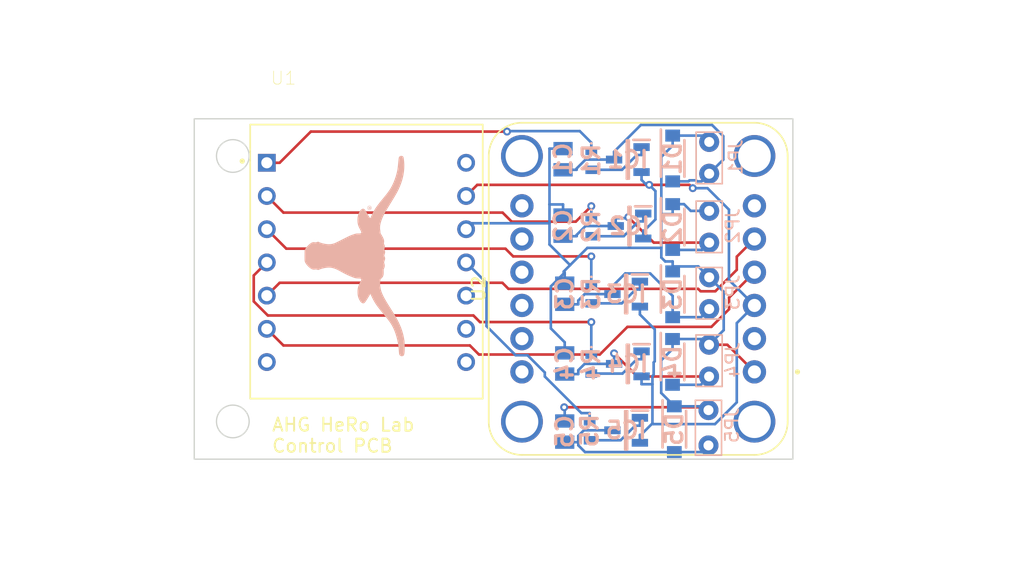
<source format=kicad_pcb>
(kicad_pcb (version 20240108) (generator "pcbnew") (generator_version "8.0")
  (layers (0 "F.Cu" signal) (31 "B.Cu" signal) (34 "B.Paste" user) (35 "F.Paste" user) (36 "B.SilkS" user "B.Silkscreen") (37 "F.SilkS" user "F.Silkscreen") (38 "B.Mask" user) (39 "F.Mask" user) (44 "Edge.Cuts" user))
  (net 0 "")
  (net 1 "Net-(D1-A)")
  (net 2 "Net-(D1-K)")
  (net 3 "Net-(D2-A)")
  (net 4 "Net-(D3-A)")
  (net 5 "Net-(D4-A)")
  (net 6 "Net-(D5-A)")
  (net 7 "GND")
  (net 8 "Motor1")
  (net 9 "Motor2")
  (net 10 "Motor3")
  (net 11 "Motor4")
  (net 12 "Motor5")
  (net 13 "Net-(U1-PA8_A4_D4_SDA)")
  (net 19 "Net-(U1-PA9_A5_D5_SCL)")
  (net 20 "Net-(IC1-B)")
  (net 21 "Net-(IC2-B)")
  (net 22 "Net-(IC3-B)")
  (net 23 "Net-(IC4-B)")
  (net 24 "Net-(IC5-B)")
  (footprint "4754:MODULE_4754" (layer "F.Cu") (at 158.75 80.01 90)
    (property "Reference" "U2" (at 0 -12.1935 90) (layer "F.SilkS"))
    (property "Value" "4754")
    (pad "JP1_1" thru_hole circle (at -6.35 8.89 90) (size 1.778 1.778) (drill 1) (layers "*.Cu" "*.Mask") (net 2 "Net-(D1-K)"))
    (pad "JP1_2" thru_hole circle (at -3.81 8.89 90) (size 1.778 1.778) (drill 1) (layers "*.Cu" "*.Mask"))
    (pad "JP1_3" thru_hole circle (at -1.27 8.89 90) (size 1.778 1.778) (drill 1) (layers "*.Cu" "*.Mask") (net 7 "GND"))
    (pad "JP1_4" thru_hole circle (at 1.27 8.89 90) (size 1.778 1.778) (drill 1) (layers "*.Cu" "*.Mask") (net 19 "Net-(U1-PA9_A5_D5_SCL)"))
    (pad "JP1_5" thru_hole circle (at 3.81 8.89 90) (size 1.778 1.778) (drill 1) (layers "*.Cu" "*.Mask") (net 13 "Net-(U1-PA8_A4_D4_SDA)"))
    (pad "JP1_6" thru_hole circle (at 6.35 8.89 90) (size 1.778 1.778) (drill 1) (layers "*.Cu" "*.Mask"))
    (pad "JP2_1" thru_hole circle (at -6.35 -8.89 90) (size 1.778 1.778) (drill 1) (layers "*.Cu" "*.Mask"))
    (pad "JP2_2" thru_hole circle (at -3.81 -8.89 90) (size 1.778 1.778) (drill 1) (layers "*.Cu" "*.Mask"))
    (pad "JP2_3" thru_hole circle (at -1.27 -8.89 90) (size 1.778 1.778) (drill 1) (layers "*.Cu" "*.Mask"))
    (pad "JP2_4" thru_hole circle (at 1.27 -8.89 90) (size 1.778 1.778) (drill 1) (layers "*.Cu" "*.Mask"))
    (pad "JP2_5" thru_hole circle (at 3.81 -8.89 90) (size 1.778 1.778) (drill 1) (layers "*.Cu" "*.Mask"))
    (pad "JP2_6" thru_hole circle (at 6.35 -8.89 90) (size 1.778 1.778) (drill 1) (layers "*.Cu" "*.Mask"))
    (pad "P1" thru_hole circle (at -10.16 -8.89 90) (size 3.2 3.2) (drill 2.5) (layers "*.Cu" "*.Mask"))
    (pad "P2" thru_hole circle (at 10.16 -8.89 90) (size 3.2 3.2) (drill 2.5) (layers "*.Cu" "*.Mask"))
    (pad "P3" thru_hole circle (at -10.16 8.89 90) (size 3.2 3.2) (drill 2.5) (layers "*.Cu" "*.Mask"))
    (pad "P4" thru_hole circle (at 10.16 8.89 90) (size 3.2 3.2) (drill 2.5) (layers "*.Cu" "*.Mask"))
  )
  (footprint "113991054:MODULE_113991054" (layer "F.Cu") (at 137.97 77.9265)
    (property "Reference" "U1" (at -6.3405 -14.03 0) (layer "F.SilkS") (effects (font (thickness 0.05))))
    (property "Value" "XIAO-nRF52840-DIP" (hide yes))
    (pad "1" thru_hole rect (at -7.62 -7.5565) (size 1.358 1.358) (drill 0.85) (layers "*.Cu" "*.Mask") (net 8 "Motor1"))
    (pad "2" thru_hole circle (at -7.62 -5.0165) (size 1.358 1.358) (drill 0.85) (layers "*.Cu" "*.Mask") (net 9 "Motor2"))
    (pad "3" thru_hole circle (at -7.62 -2.4765) (size 1.358 1.358) (drill 0.85) (layers "*.Cu" "*.Mask") (net 10 "Motor3"))
    (pad "4" thru_hole circle (at -7.62 0.0635) (size 1.358 1.358) (drill 0.85) (layers "*.Cu" "*.Mask") (net 11 "Motor4"))
    (pad "5" thru_hole circle (at -7.62 2.6035) (size 1.358 1.358) (drill 0.85) (layers "*.Cu" "*.Mask") (net 13 "Net-(U1-PA8_A4_D4_SDA)"))
    (pad "6" thru_hole circle (at -7.62 5.1435) (size 1.358 1.358) (drill 0.85) (layers "*.Cu" "*.Mask") (net 19 "Net-(U1-PA9_A5_D5_SCL)"))
    (pad "7" thru_hole circle (at -7.62 7.6835) (size 1.358 1.358) (drill 0.85) (layers "*.Cu" "*.Mask"))
    (pad "8" thru_hole circle (at 7.62 7.6835) (size 1.358 1.358) (drill 0.85) (layers "*.Cu" "*.Mask"))
    (pad "9" thru_hole circle (at 7.62 5.1435) (size 1.358 1.358) (drill 0.85) (layers "*.Cu" "*.Mask"))
    (pad "10" thru_hole circle (at 7.62 2.6035) (size 1.358 1.358) (drill 0.85) (layers "*.Cu" "*.Mask"))
    (pad "11" thru_hole circle (at 7.62 0.0635) (size 1.358 1.358) (drill 0.85) (layers "*.Cu" "*.Mask") (net 12 "Motor5"))
    (pad "12" thru_hole circle (at 7.62 -2.4765) (size 1.358 1.358) (drill 0.85) (layers "*.Cu" "*.Mask") (net 2 "Net-(D1-K)"))
    (pad "13" thru_hole circle (at 7.62 -5.0165) (size 1.358 1.358) (drill 0.85) (layers "*.Cu" "*.Mask") (net 7 "GND"))
    (pad "14" thru_hole circle (at 7.62 -7.5565) (size 1.358 1.358) (drill 0.85) (layers "*.Cu" "*.Mask"))
  )
  (footprint "Jumper:SolderJumper-2_P1.3mm_Open_Pad1.0x1.5mm" (layer "B.Cu") (at 164.1705 84.936 90)
    (property "Reference" "JP4" (at -0.508 1.8 90) (layer "B.SilkS") (effects (justify mirror)))
    (property "Value" "SolderJumper_2_Open")
    (pad "1" thru_hole circle (at -1.778 0 90) (size 1.524 1.524) (drill 0.762) (layers "*.Cu" "*.Mask") (net 5 "Net-(D4-A)"))
    (pad "2" thru_hole circle (at 0.65 0 90) (size 1.524 1.524) (drill 0.762) (layers "*.Cu" "*.Mask") (net 2 "Net-(D1-K)"))
  )
  (footprint "Jumper:SolderJumper-2_P1.3mm_Open_Pad1.0x1.5mm" (layer "B.Cu") (at 164.124 89.936 90)
    (property "Reference" "JP5" (at -0.508 1.8 90) (layer "B.SilkS") (effects (justify mirror)))
    (property "Value" "SolderJumper_2_Open")
    (pad "1" thru_hole circle (at -2.048 0 90) (size 1.524 1.524) (drill 0.762) (layers "*.Cu" "*.Mask") (net 6 "Net-(D5-A)"))
    (pad "2" thru_hole circle (at 0.65 0 90) (size 1.524 1.524) (drill 0.762) (layers "*.Cu" "*.Mask") (net 2 "Net-(D1-K)"))
  )
  (footprint "Jumper:SolderJumper-2_P1.3mm_Open_Pad1.0x1.5mm" (layer "B.Cu") (at 164.18 79.778 90)
    (property "Reference" "JP3" (at -0.508 1.8 90) (layer "B.SilkS") (effects (justify mirror)))
    (property "Value" "SolderJumper_2_Open")
    (pad "1" thru_hole circle (at -1.778 0 90) (size 1.524 1.524) (drill 0.762) (layers "*.Cu" "*.Mask") (net 4 "Net-(D3-A)"))
    (pad "2" thru_hole circle (at 0.65 0 90) (size 1.524 1.524) (drill 0.762) (layers "*.Cu" "*.Mask") (net 2 "Net-(D1-K)"))
  )
  (footprint "1N4001W-T:SODFL3818X130N" (layer "B.Cu") (at 161.386 75.284 -90)
    (property "Reference" "D2" (at 0 0 90) (layer "B.SilkS") (effects (font (size 1.27 1.27) (thickness 0.254)) (justify mirror)))
    (property "Value" "D" (hide yes))
    (pad "1" smd rect (at -1.75 0 270) (size 0.92 1.13) (layers "B.Cu" "B.Paste" "B.Mask") (net 2 "Net-(D1-K)"))
    (pad "2" smd rect (at 1.75 0 270) (size 0.92 1.13) (layers "B.Cu" "B.Paste" "B.Mask") (net 3 "Net-(D2-A)"))
  )
  (footprint "Jumper:SolderJumper-2_P1.3mm_Open_Pad1.0x1.5mm" (layer "B.Cu") (at 164.18 69.428 90)
    (property "Reference" "JP1" (at -0.508 2.032 90) (layer "B.SilkS") (effects (justify mirror)))
    (property "Value" "SolderJumper_2_Open" (hide yes))
    (pad "1" thru_hole circle (at -1.778 0 90) (size 1.524 1.524) (drill 0.762) (layers "*.Cu" "*.Mask") (net 1 "Net-(D1-A)"))
    (pad "2" thru_hole circle (at 0.65 0 90) (size 1.524 1.524) (drill 0.762) (layers "*.Cu" "*.Mask") (net 2 "Net-(D1-K)"))
  )
  (footprint "1N4001W-T:SODFL3818X130N" (layer "B.Cu") (at 161.386 80.427 -90)
    (property "Reference" "D3" (at 0 0 90) (layer "B.SilkS") (effects (font (size 1.27 1.27) (thickness 0.254)) (justify mirror)))
    (property "Value" "D" (hide yes))
    (pad "1" smd rect (at -1.75 0 270) (size 0.92 1.13) (layers "B.Cu" "B.Paste" "B.Mask") (net 2 "Net-(D1-K)"))
    (pad "2" smd rect (at 1.75 0 270) (size 0.92 1.13) (layers "B.Cu" "B.Paste" "B.Mask") (net 4 "Net-(D3-A)"))
  )
  (footprint "BC846BLT1G:SOT96P237X111-3N" (layer "B.Cu") (at 157.957 85.747 180)
    (property "Reference" "IC4" (at 0 0 0) (layer "B.SilkS") (effects (font (size 1.27 1.27) (thickness 0.254)) (justify mirror)))
    (property "Value" "BC846BLT1G" (hide yes))
    (pad "1" smd rect (at -1.05 0.955 90) (size 0.6 1.25) (layers "B.Cu" "B.Paste" "B.Mask") (net 23 "Net-(IC4-B)"))
    (pad "2" smd rect (at -1.05 -0.955 90) (size 0.6 1.25) (layers "B.Cu" "B.Paste" "B.Mask") (net 7 "GND"))
    (pad "3" smd rect (at 1.05 0 90) (size 0.6 1.25) (layers "B.Cu" "B.Paste" "B.Mask") (net 5 "Net-(D4-A)"))
  )
  (footprint "ERA-3AED202V:ERA3AEB101V" (layer "B.Cu") (at 155.163 80.395 -90)
    (property "Reference" "R3" (at 0 0 90) (layer "B.SilkS") (effects (font (size 1.27 1.27) (thickness 0.254)) (justify mirror)))
    (property "Value" "1000" (hide yes))
    (pad "1" smd rect (at -0.725 0 270) (size 0.65 0.9) (layers "B.Cu" "B.Paste" "B.Mask") (net 10 "Motor3"))
    (pad "2" smd rect (at 0.725 0 270) (size 0.65 0.9) (layers "B.Cu" "B.Paste" "B.Mask") (net 22 "Net-(IC3-B)"))
  )
  (footprint "utlogofootprint:utlogo" (layer "B.Cu") (at 137.26 77.44 90)
    (property "Reference" "G***" (hide yes))
    (property "Value" "LOGO" (hide yes))
  )
  (footprint "ERA-3AED202V:ERA3AEB101V" (layer "B.Cu") (at 155.036 90.864 -90)
    (property "Reference" "R5" (at 0 0 90) (layer "B.SilkS") (effects (font (size 1.27 1.27) (thickness 0.254)) (justify mirror)))
    (property "Value" "1000" (hide yes))
    (pad "1" smd rect (at -0.725 0 270) (size 0.65 0.9) (layers "B.Cu" "B.Paste" "B.Mask") (net 12 "Motor5"))
    (pad "2" smd rect (at 0.725 0 270) (size 0.65 0.9) (layers "B.Cu" "B.Paste" "B.Mask") (net 24 "Net-(IC5-B)"))
  )
  (footprint "BC846BLT1G:SOT96P237X111-3N" (layer "B.Cu") (at 157.957 70.126 180)
    (property "Reference" "IC1" (at 0 0 0) (layer "B.SilkS") (effects (font (size 1.27 1.27) (thickness 0.254)) (justify mirror)))
    (property "Value" "BC846BLT1G" (hide yes))
    (pad "1" smd rect (at -1.05 0.955 90) (size 0.6 1.25) (layers "B.Cu" "B.Paste" "B.Mask") (net 20 "Net-(IC1-B)"))
    (pad "2" smd rect (at -1.05 -0.955 90) (size 0.6 1.25) (layers "B.Cu" "B.Paste" "B.Mask") (net 7 "GND"))
    (pad "3" smd rect (at 1.05 0 90) (size 0.6 1.25) (layers "B.Cu" "B.Paste" "B.Mask") (net 1 "Net-(D1-A)"))
  )
  (footprint "ERA-3AED202V:ERA3AEB101V" (layer "B.Cu") (at 155.163 85.766 -90)
    (property "Reference" "R4" (at 0 0 90) (layer "B.SilkS") (effects (font (size 1.27 1.27) (thickness 0.254)) (justify mirror)))
    (property "Value" "1000" (hide yes))
    (pad "1" smd rect (at -0.725 0 270) (size 0.65 0.9) (layers "B.Cu" "B.Paste" "B.Mask") (net 11 "Motor4"))
    (pad "2" smd rect (at 0.725 0 270) (size 0.65 0.9) (layers "B.Cu" "B.Paste" "B.Mask") (net 23 "Net-(IC4-B)"))
  )
  (footprint "ERA-3AED202V:ERA3AEB101V" (layer "B.Cu") (at 155.163 70.182 -90)
    (property "Reference" "R1" (at 0 0 90) (layer "B.SilkS") (effects (font (size 1.27 1.27) (thickness 0.254)) (justify mirror)))
    (property "Value" "1000" (hide yes))
    (pad "1" smd rect (at -0.725 0 270) (size 0.65 0.9) (layers "B.Cu" "B.Paste" "B.Mask") (net 8 "Motor1"))
    (pad "2" smd rect (at 0.725 0 270) (size 0.65 0.9) (layers "B.Cu" "B.Paste" "B.Mask") (net 20 "Net-(IC1-B)"))
  )
  (footprint "BC846BLT1G:SOT96P237X111-3N" (layer "B.Cu") (at 157.83 80.413 180)
    (property "Reference" "IC3" (at 0 0 0) (layer "B.SilkS") (effects (font (size 1.27 1.27) (thickness 0.254)) (justify mirror)))
    (property "Value" "BC846BLT1G" (hide yes))
    (pad "1" smd rect (at -1.05 0.955 90) (size 0.6 1.25) (layers "B.Cu" "B.Paste" "B.Mask") (net 22 "Net-(IC3-B)"))
    (pad "2" smd rect (at -1.05 -0.955 90) (size 0.6 1.25) (layers "B.Cu" "B.Paste" "B.Mask") (net 7 "GND"))
    (pad "3" smd rect (at 1.05 0 90) (size 0.6 1.25) (layers "B.Cu" "B.Paste" "B.Mask") (net 4 "Net-(D3-A)"))
  )
  (footprint "KAF21KR72A104KL:CAPC2012X140N" (layer "B.Cu") (at 153.131 80.384 -90)
    (property "Reference" "C3" (at 0 0 90) (layer "B.SilkS") (effects (font (size 1.27 1.27) (thickness 0.254)) (justify mirror)))
    (property "Value" "0.1uF" (hide yes))
    (pad "1" smd rect (at -0.81 0 270) (size 1.02 1.47) (layers "B.Cu" "B.Paste" "B.Mask") (net 2 "Net-(D1-K)"))
    (pad "2" smd rect (at 0.81 0 270) (size 1.02 1.47) (layers "B.Cu" "B.Paste" "B.Mask") (net 4 "Net-(D3-A)"))
  )
  (footprint "KAF21KR72A104KL:CAPC2012X140N" (layer "B.Cu") (at 153.131 85.718 -90)
    (property "Reference" "C4" (at 0 0 90) (layer "B.SilkS") (effects (font (size 1.27 1.27) (thickness 0.254)) (justify mirror)))
    (property "Value" "0.1uF" (hide yes))
    (pad "1" smd rect (at -0.81 0 270) (size 1.02 1.47) (layers "B.Cu" "B.Paste" "B.Mask") (net 2 "Net-(D1-K)"))
    (pad "2" smd rect (at 0.81 0 270) (size 1.02 1.47) (layers "B.Cu" "B.Paste" "B.Mask") (net 5 "Net-(D4-A)"))
  )
  (footprint "Jumper:SolderJumper-2_P1.3mm_Open_Pad1.0x1.5mm" (layer "B.Cu") (at 164.18 74.698 90)
    (property "Reference" "JP2" (at -0.508 1.8 90) (layer "B.SilkS") (effects (justify mirror)))
    (property "Value" "SolderJumper_2_Open" (hide yes))
    (pad "1" thru_hole circle (at -1.778 0 90) (size 1.524 1.524) (drill 0.762) (layers "*.Cu" "*.Mask") (net 3 "Net-(D2-A)"))
    (pad "2" thru_hole circle (at 0.65 0 90) (size 1.524 1.524) (drill 0.762) (layers "*.Cu" "*.Mask") (net 2 "Net-(D1-K)"))
  )
  (footprint "BC846BLT1G:SOT96P237X111-3N" (layer "B.Cu") (at 158.084 75.206 180)
    (property "Reference" "IC2" (at 0 0 0) (layer "B.SilkS") (effects (font (size 1.27 1.27) (thickness 0.254)) (justify mirror)))
    (property "Value" "BC846BLT1G" (hide yes))
    (pad "1" smd rect (at -1.05 0.955 90) (size 0.6 1.25) (layers "B.Cu" "B.Paste" "B.Mask") (net 21 "Net-(IC2-B)"))
    (pad "2" smd rect (at -1.05 -0.955 90) (size 0.6 1.25) (layers "B.Cu" "B.Paste" "B.Mask") (net 7 "GND"))
    (pad "3" smd rect (at 1.05 0 90) (size 0.6 1.25) (layers "B.Cu" "B.Paste" "B.Mask") (net 3 "Net-(D2-A)"))
  )
  (footprint "KAF21KR72A104KL:CAPC2012X140N" (layer "B.Cu") (at 153.004 75.177 -90)
    (property "Reference" "C2" (at 0 0 90) (layer "B.SilkS") (effects (font (size 1.27 1.27) (thickness 0.254)) (justify mirror)))
    (property "Value" "0.1uF" (hide yes))
    (pad "1" smd rect (at -0.81 0 270) (size 1.02 1.47) (layers "B.Cu" "B.Paste" "B.Mask") (net 2 "Net-(D1-K)"))
    (pad "2" smd rect (at 0.81 0 270) (size 1.02 1.47) (layers "B.Cu" "B.Paste" "B.Mask") (net 3 "Net-(D2-A)"))
  )
  (footprint "KAF21KR72A104KL:CAPC2012X140N" (layer "B.Cu") (at 153.004 70.097 -90)
    (property "Reference" "C1" (at 0 0 90) (layer "B.SilkS") (effects (font (size 1.27 1.27) (thickness 0.254)) (justify mirror)))
    (property "Value" "0.1uF" (hide yes))
    (pad "1" smd rect (at -0.81 0 270) (size 1.02 1.47) (layers "B.Cu" "B.Paste" "B.Mask") (net 2 "Net-(D1-K)"))
    (pad "2" smd rect (at 0.81 0 270) (size 1.02 1.47) (layers "B.Cu" "B.Paste" "B.Mask") (net 1 "Net-(D1-A)"))
  )
  (footprint "1N4001W-T:SODFL3818X130N" (layer "B.Cu") (at 161.513 90.743 -90)
    (property "Reference" "D5" (at 0 0 90) (layer "B.SilkS") (effects (font (size 1.27 1.27) (thickness 0.254)) (justify mirror)))
    (property "Value" "D" (hide yes))
    (pad "1" smd rect (at -1.75 0 270) (size 0.92 1.13) (layers "B.Cu" "B.Paste" "B.Mask") (net 2 "Net-(D1-K)"))
    (pad "2" smd rect (at 1.75 0 270) (size 0.92 1.13) (layers "B.Cu" "B.Paste" "B.Mask") (net 6 "Net-(D5-A)"))
  )
  (footprint "1N4001W-T:SODFL3818X130N" (layer "B.Cu") (at 161.386 70.042 -90)
    (property "Reference" "D1" (at 0 0 90) (layer "B.SilkS") (effects (font (size 1.27 1.27) (thickness 0.254)) (justify mirror)))
    (property "Value" "D" (hide yes))
    (pad "1" smd rect (at -1.75 0 270) (size 0.92 1.13) (layers "B.Cu" "B.Paste" "B.Mask") (net 2 "Net-(D1-K)"))
    (pad "2" smd rect (at 1.75 0 270) (size 0.92 1.13) (layers "B.Cu" "B.Paste" "B.Mask") (net 1 "Net-(D1-A)"))
  )
  (footprint "ERA-3AED202V:ERA3AEB101V" (layer "B.Cu") (at 155.163 75.262 -90)
    (property "Reference" "R2" (at 0 0 90) (layer "B.SilkS") (effects (font (size 1.27 1.27) (thickness 0.254)) (justify mirror)))
    (property "Value" "1000" (hide yes))
    (pad "1" smd rect (at -0.725 0 270) (size 0.65 0.9) (layers "B.Cu" "B.Paste" "B.Mask") (net 9 "Motor2"))
    (pad "2" smd rect (at 0.725 0 270) (size 0.65 0.9) (layers "B.Cu" "B.Paste" "B.Mask") (net 21 "Net-(IC2-B)"))
  )
  (footprint "1N4001W-T:SODFL3818X130N" (layer "B.Cu") (at 161.3765 85.598 -90)
    (property "Reference" "D4" (at 0 0 90) (layer "B.SilkS") (effects (font (size 1.27 1.27) (thickness 0.254)) (justify mirror)))
    (property "Value" "D" (hide yes))
    (pad "1" smd rect (at -1.75 0 270) (size 0.92 1.13) (layers "B.Cu" "B.Paste" "B.Mask") (net 2 "Net-(D1-K)"))
    (pad "2" smd rect (at 1.75 0 270) (size 0.92 1.13) (layers "B.Cu" "B.Paste" "B.Mask") (net 5 "Net-(D4-A)"))
  )
  (footprint "BC846BLT1G:SOT96P237X111-3N" (layer "B.Cu") (at 157.83 90.827 180)
    (property "Reference" "IC5" (at 0 0 0) (layer "B.SilkS") (effects (font (size 1.27 1.27) (thickness 0.254)) (justify mirror)))
    (property "Value" "BC846BLT1G" (hide yes))
    (pad "1" smd rect (at -1.05 0.955 90) (size 0.6 1.25) (layers "B.Cu" "B.Paste" "B.Mask") (net 24 "Net-(IC5-B)"))
    (pad "2" smd rect (at -1.05 -0.955 90) (size 0.6 1.25) (layers "B.Cu" "B.Paste" "B.Mask") (net 7 "GND"))
    (pad "3" smd rect (at 1.05 0 90) (size 0.6 1.25) (layers "B.Cu" "B.Paste" "B.Mask") (net 6 "Net-(D5-A)"))
  )
  (footprint "KAF21KR72A104KL:CAPC2012X140N" (layer "B.Cu") (at 153.131 90.925 -90)
    (property "Reference" "C5" (at 0 0 90) (layer "B.SilkS") (effects (font (size 1.27 1.27) (thickness 0.254)) (justify mirror)))
    (property "Value" "0.1uF" (hide yes))
    (pad "1" smd rect (at -0.81 0 270) (size 1.02 1.47) (layers "B.Cu" "B.Paste" "B.Mask") (net 2 "Net-(D1-K)"))
    (pad "2" smd rect (at 0.81 0 270) (size 1.02 1.47) (layers "B.Cu" "B.Paste" "B.Mask") (net 6 "Net-(D5-A)"))
  )
  (gr_rect (start 124.8 67.005) (end 170.58 93.035) (stroke (width 0.1)) (fill none) (layer "Edge.Cuts"))
  (gr_circle (center 127.75 69.85) (end 129 69.85) (stroke (width 0.1)) (fill none) (layer "Edge.Cuts"))
  (gr_circle (center 127.75 90.15) (end 129 90.15) (stroke (width 0.1)) (fill none) (layer "Edge.Cuts"))
  (gr_text "AHG HeRo Lab \nControl PCB" (at 130.67 92.6 0) (layer "F.SilkS") (effects (font (size 1 1)) (justify left bottom)))
  (segment (start 153.004 70.907) (end 154.0407 70.907) (width 0.2) (layer "B.Cu") (net 1))
  (segment (start 165.2591 68.3387) (end 165.2591 70.1269) (width 0.2) (layer "B.Cu") (net 1))
  (segment (start 158.9528 67.4785) (end 164.3989 67.4785) (width 0.2) (layer "B.Cu") (net 1))
  (segment (start 163.2541 71.792) (end 163.1731 71.711) (width 0.2) (layer "B.Cu") (net 1))
  (segment (start 163.1731 71.711) (end 162.6748 71.711) (width 0.2) (layer "B.Cu") (net 1))
  (segment (start 163.594 71.792) (end 163.2541 71.792) (width 0.2) (layer "B.Cu") (net 1))
  (segment (start 154.0407 70.907) (end 154.0407 70.8093) (width 0.2) (layer "B.Cu") (net 1))
  (segment (start 154.0407 70.8093) (end 154.724 70.126) (width 0.2) (layer "B.Cu") (net 1))
  (segment (start 164.3989 67.4785) (end 165.2591 68.3387) (width 0.2) (layer "B.Cu") (net 1))
  (segment (start 154.724 70.126) (end 156.907 70.126) (width 0.2) (layer "B.Cu") (net 1))
  (segment (start 156.907 69.5243) (end 158.9528 67.4785) (width 0.2) (layer "B.Cu") (net 1))
  (segment (start 162.6748 71.711) (end 162.5938 71.792) (width 0.2) (layer "B.Cu") (net 1))
  (segment (start 162.5938 71.792) (end 161.386 71.792) (width 0.2) (layer "B.Cu") (net 1))
  (segment (start 164.18 71.206) (end 163.594 71.792) (width 0.2) (layer "B.Cu") (net 1))
  (segment (start 156.907 70.126) (end 156.907 69.5243) (width 0.2) (layer "B.Cu") (net 1))
  (segment (start 165.2591 70.1269) (end 164.18 71.206) (width 0.2) (layer "B.Cu") (net 1))
  (segment (start 163.9039 89.0659) (end 153.0911 89.0659) (width 0.2) (layer "F.Cu") (net 2))
  (segment (start 165.566 84.286) (end 167.64 86.36) (width 0.2) (layer "F.Cu") (net 2))
  (segment (start 164.1705 84.286) (end 165.566 84.286) (width 0.2) (layer "F.Cu") (net 2))
  (segment (start 164.124 89.286) (end 163.9039 89.0659) (width 0.2) (layer "F.Cu") (net 2))
  (via (at 153.0911 89.0659) (size 0.6) (drill 0.3) (layers "F.Cu" "B.Cu") (net 2))
  (segment (start 163.694 68.292) (end 164.18 68.778) (width 0.2) (layer "B.Cu") (net 2))
  (segment (start 151.9673 74.995) (end 151.9673 76.6223) (width 0.2) (layer "B.Cu") (net 2))
  (segment (start 153.004 74.367) (end 153.004 73.5553) (width 0.2) (layer "B.Cu") (net 2))
  (segment (start 163.831 88.993) (end 161.6996 88.993) (width 0.2) (layer "B.Cu") (net 2))
  (segment (start 151.9673 73.5553) (end 153.004 73.5553) (width 0.2) (layer "B.Cu") (net 2))
  (segment (start 161.386 73.534) (end 161.386 74.2957) (width 0.2) (layer "B.Cu") (net 2))
  (segment (start 164.124 89.286) (end 163.831 88.993) (width 0.2) (layer "B.Cu") (net 2))
  (segment (start 151.9673 76.6223) (end 153.5429 78.1978) (width 0.2) (layer "B.Cu") (net 2))
  (segment (start 160.5193 74.2957) (end 160.5193 69.9204) (width 0.2) (layer "B.Cu") (net 2))
  (segment (start 153.0547 78.8386) (end 153.0547 78.686) (width 0.2) (layer "B.Cu") (net 2))
  (segment (start 146.045 74.995) (end 151.9673 74.995) (width 0.2) (layer "B.Cu") (net 2))
  (segment (start 161.386 78.2961) (end 163.3481 78.2961) (width 0.2) (layer "B.Cu") (net 2))
  (segment (start 145.59 75.45) (end 146.045 74.995) (width 0.2) (layer "B.Cu") (net 2))
  (segment (start 153.5429 78.1978) (end 154.8639 76.8768) (width 0.2) (layer "B.Cu") (net 2))
  (segment (start 153.131 90.115) (end 153.131 89.3033) (width 0.2) (layer "B.Cu") (net 2))
  (segment (start 160.8147 77.9153) (end 160.5193 77.6199) (width 0.2) (layer "B.Cu") (net 2))
  (segment (start 161.386 73.534) (end 162.2527 73.534) (width 0.2) (layer "B.Cu") (net 2))
  (segment (start 153.131 79.574) (end 153.131 78.7623) (width 0.2) (layer "B.Cu") (net 2))
  (segment (start 161.3765 83.848) (end 161.3765 84.6097) (width 0.2) (layer "B.Cu") (net 2))
  (segment (start 161.386 68.292) (end 163.694 68.292) (width 0.2) (layer "B.Cu") (net 2))
  (segment (start 163.7325 83.848) (end 164.1705 84.286) (width 0.2) (layer "B.Cu") (net 2))
  (segment (start 154.8639 76.8768) (end 160.5193 76.8768) (width 0.2) (layer "B.Cu") (net 2))
  (segment (start 161.6996 88.993) (end 161.513 88.993) (width 0.2) (layer "B.Cu") (net 2))
  (segment (start 164.18 74.048) (end 162.7667 74.048) (width 0.2) (layer "B.Cu") (net 2))
  (segment (start 160.5193 69.9204) (end 161.386 69.0537) (width 0.2) (layer "B.Cu") (net 2))
  (segment (start 151.9673 73.5553) (end 151.9673 74.995) (width 0.2) (layer "B.Cu") (net 2))
  (segment (start 152.0689 83.0342) (end 153.131 84.0963) (width 0.2) (layer "B.Cu") (net 2))
  (segment (start 153.131 84.908) (end 153.131 84.0963) (width 0.2) (layer "B.Cu") (net 2))
  (segment (start 161.386 77.9153) (end 160.8147 77.9153) (width 0.2) (layer "B.Cu") (net 2))
  (segment (start 161.386 68.292) (end 161.386 69.0537) (width 0.2) (layer "B.Cu") (net 2))
  (segment (start 161.3765 83.848) (end 163.7325 83.848) (width 0.2) (layer "B.Cu") (net 2))
  (segment (start 162.7667 74.048) (end 162.2527 73.534) (width 0.2) (layer "B.Cu") (net 2))
  (segment (start 161.6996 88.993) (end 161.5307 88.993) (width 0.2) (layer "B.Cu") (net 2))
  (segment (start 163.3481 78.2961) (end 164.18 79.128) (width 0.2) (layer "B.Cu") (net 2))
  (segment (start 161.5307 88.993) (end 160.5093 87.9716) (width 0.2) (layer "B.Cu") (net 2))
  (segment (start 153.131 89.3033) (end 153.131 89.1058) (width 0.2) (layer "B.Cu") (net 2))
  (segment (start 165.2897 80.2377) (end 165.2897 83.1668) (width 0.2) (layer "B.Cu") (net 2))
  (segment (start 153.131 78.7623) (end 153.0547 78.8386) (width 0.2) (layer "B.Cu") (net 2))
  (segment (start 160.5093 87.9716) (end 160.5093 85.4769) (width 0.2) (layer "B.Cu") (net 2))
  (segment (start 160.5193 76.8768) (end 160.5193 74.2957) (width 0.2) (layer "B.Cu") (net 2))
  (segment (start 160.5193 74.2957) (end 161.386 74.2957) (width 0.2) (layer "B.Cu") (net 2))
  (segment (start 152.0689 79.8244) (end 152.0689 83.0342) (width 0.2) (layer "B.Cu") (net 2))
  (segment (start 161.386 78.677) (end 161.386 78.2961) (width 0.2) (layer "B.Cu") (net 2))
  (segment (start 153.131 89.1058) (end 153.0911 89.0659) (width 0.2) (layer "B.Cu") (net 2))
  (segment (start 153.0547 78.8386) (end 152.0689 79.8244) (width 0.2) (layer "B.Cu") (net 2))
  (segment (start 151.9673 69.287) (end 151.9673 73.5553) (width 0.2) (layer "B.Cu") (net 2))
  (segment (start 153.004 69.287) (end 151.9673 69.287) (width 0.2) (layer "B.Cu") (net 2))
  (segment (start 153.0547 78.686) (end 153.5429 78.1978) (width 0.2) (layer "B.Cu") (net 2))
  (segment (start 164.18 79.128) (end 165.2897 80.2377) (width 0.2) (layer "B.Cu") (net 2))
  (segment (start 160.5093 85.4769) (end 161.3765 84.6097) (width 0.2) (layer "B.Cu") (net 2))
  (segment (start 165.2897 83.1668) (end 164.1705 84.286) (width 0.2) (layer "B.Cu") (net 2))
  (segment (start 161.386 78.2961) (end 161.386 77.9153) (width 0.2) (layer "B.Cu") (net 2))
  (segment (start 160.5193 77.6199) (end 160.5193 76.8768) (width 0.2) (layer "B.Cu") (net 2))
  (segment (start 164.18 76.476) (end 159.9421 76.476) (width 0.2) (layer "F.Cu") (net 3))
  (segment (start 159.9421 76.476) (end 157.995 74.5289) (width 0.2) (layer "F.Cu") (net 3))
  (via (at 157.995 74.5289) (size 0.6) (drill 0.3) (layers "F.Cu" "B.Cu") (net 3))
  (segment (start 157.034 75.206) (end 157.034 74.6043) (width 0.2) (layer "B.Cu") (net 3))
  (segment (start 161.386 77.034) (end 163.622 77.034) (width 0.2) (layer "B.Cu") (net 3))
  (segment (start 157.034 74.6043) (end 157.9196 74.6043) (width 0.2) (layer "B.Cu") (net 3))
  (segment (start 154.0407 75.987) (end 154.0407 75.8893) (width 0.2) (layer "B.Cu") (net 3))
  (segment (start 163.622 77.034) (end 164.18 76.476) (width 0.2) (layer "B.Cu") (net 3))
  (segment (start 154.0407 75.8893) (end 154.724 75.206) (width 0.2) (layer "B.Cu") (net 3))
  (segment (start 153.004 75.987) (end 154.0407 75.987) (width 0.2) (layer "B.Cu") (net 3))
  (segment (start 157.9196 74.6043) (end 157.995 74.5289) (width 0.2) (layer "B.Cu") (net 3))
  (segment (start 154.724 75.206) (end 157.034 75.206) (width 0.2) (layer "B.Cu") (net 3))
  (segment (start 154.6557 80.413) (end 156.78 80.413) (width 0.2) (layer "B.Cu") (net 4))
  (segment (start 154.1677 80.901) (end 154.6557 80.413) (width 0.2) (layer "B.Cu") (net 4))
  (segment (start 161.386 82.177) (end 163.559 82.177) (width 0.2) (layer "B.Cu") (net 4))
  (segment (start 163.559 82.177) (end 164.18 81.556) (width 0.2) (layer "B.Cu") (net 4))
  (segment (start 157.7562 78.8351) (end 159.6703 78.8351) (width 0.2) (layer "B.Cu") (net 4))
  (segment (start 153.131 81.194) (end 154.1677 81.194) (width 0.2) (layer "B.Cu") (net 4))
  (segment (start 156.78 79.8113) (end 157.7562 78.8351) (width 0.2) (layer "B.Cu") (net 4))
  (segment (start 154.1677 81.194) (end 154.1677 80.901) (width 0.2) (layer "B.Cu") (net 4))
  (segment (start 156.78 80.413) (end 156.78 79.8113) (width 0.2) (layer "B.Cu") (net 4))
  (segment (start 161.386 80.5508) (end 161.386 82.177) (width 0.2) (layer "B.Cu") (net 4))
  (segment (start 159.6703 78.8351) (end 161.386 80.5508) (width 0.2) (layer "B.Cu") (net 4))
  (segment (start 158.6794 86.714) (end 156.907 84.9416) (width 0.2) (layer "F.Cu") (net 5))
  (segment (start 164.1705 86.714) (end 158.6794 86.714) (width 0.2) (layer "F.Cu") (net 5))
  (via (at 156.907 84.9416) (size 0.6) (drill 0.3) (layers "F.Cu" "B.Cu") (net 5))
  (segment (start 163.5365 87.348) (end 164.1705 86.714) (width 0.2) (layer "B.Cu") (net 5))
  (segment (start 161.3765 87.348) (end 163.5365 87.348) (width 0.2) (layer "B.Cu") (net 5))
  (segment (start 156.907 85.747) (end 156.907 85.1453) (width 0.2) (layer "B.Cu") (net 5))
  (segment (start 153.131 86.528) (end 154.1677 86.528) (width 0.2) (layer "B.Cu") (net 5))
  (segment (start 154.6557 85.747) (end 156.907 85.747) (width 0.2) (layer "B.Cu") (net 5))
  (segment (start 154.1677 86.528) (end 154.1677 86.235) (width 0.2) (layer "B.Cu") (net 5))
  (segment (start 156.907 85.1453) (end 156.907 84.9416) (width 0.2) (layer "B.Cu") (net 5))
  (segment (start 154.1677 86.235) (end 154.6557 85.747) (width 0.2) (layer "B.Cu") (net 5))
  (segment (start 154.6857 92.493) (end 154.1677 91.975) (width 0.2) (layer "B.Cu") (net 6))
  (segment (start 154.1677 91.735) (end 154.1677 91.2551) (width 0.2) (layer "B.Cu") (net 6))
  (segment (start 153.131 91.735) (end 154.1677 91.735) (width 0.2) (layer "B.Cu") (net 6))
  (segment (start 154.5958 90.827) (end 156.78 90.827) (width 0.2) (layer "B.Cu") (net 6))
  (segment (start 164.124 91.984) (end 163.615 92.493) (width 0.2) (layer "B.Cu") (net 6))
  (segment (start 161.513 92.493) (end 154.6857 92.493) (width 0.2) (layer "B.Cu") (net 6))
  (segment (start 154.1677 91.975) (end 154.1677 91.735) (width 0.2) (layer "B.Cu") (net 6))
  (segment (start 163.615 92.493) (end 161.513 92.493) (width 0.2) (layer "B.Cu") (net 6))
  (segment (start 154.1677 91.2551) (end 154.5958 90.827) (width 0.2) (layer "B.Cu") (net 6))
  (segment (start 162.6684 72.0572) (end 162.9239 72.3127) (width 0.2) (layer "F.Cu") (net 7))
  (segment (start 146.4428 72.0572) (end 159.592 72.0572) (width 0.2) (layer "F.Cu") (net 7))
  (segment (start 145.59 72.91) (end 146.4428 72.0572) (width 0.2) (layer "F.Cu") (net 7))
  (segment (start 159.592 72.0572) (end 162.6684 72.0572) (width 0.2) (layer "F.Cu") (net 7))
  (via (at 159.592 72.0572) (size 0.6) (drill 0.3) (layers "F.Cu" "B.Cu") (net 7))
  (via (at 162.9239 72.3127) (size 0.6) (drill 0.3) (layers "F.Cu" "B.Cu") (net 7))
  (segment (start 160.0154 85.5531) (end 160.0154 83.1051) (width 0.2) (layer "B.Cu") (net 7))
  (segment (start 160.0154 83.1051) (end 158.88 81.9697) (width 0.2) (layer "B.Cu") (net 7))
  (segment (start 162.9239 72.3127) (end 164.0511 72.3127) (width 0.2) (layer "B.Cu") (net 7))
  (segment (start 159.8958 90.3535) (end 164.6248 90.3535) (width 0.2) (layer "B.Cu") (net 7))
  (segment (start 159.9322 85.6363) (end 160.0154 85.5531) (width 0.2) (layer "B.Cu") (net 7))
  (segment (start 159.9322 86.5878) (end 159.9322 85.6363) (width 0.2) (layer "B.Cu") (net 7))
  (segment (start 159.134 76.161) (end 159.134 75.5593) (width 0.2) (layer "B.Cu") (net 7))
  (segment (start 165.6899 79.3299) (end 167.64 81.28) (width 0.2) (layer "B.Cu") (net 7))
  (segment (start 159.3815 72.0572) (end 159.592 72.0572) (width 0.2) (layer "B.Cu") (net 7))
  (segment (start 160.0676 74.7009) (end 160.0676 72.5328) (width 0.2) (layer "B.Cu") (net 7))
  (segment (start 159.2092 75.5593) (end 160.0676 74.7009) (width 0.2) (layer "B.Cu") (net 7))
  (segment (start 158.88 81.368) (end 158.88 81.9697) (width 0.2) (layer "B.Cu") (net 7))
  (segment (start 159.8389 90.2966) (end 159.8958 90.3535) (width 0.2) (layer "B.Cu") (net 7))
  (segment (start 159.134 75.5593) (end 159.2092 75.5593) (width 0.2) (layer "B.Cu") (net 7))
  (segment (start 158.88 91.782) (end 158.88 91.1803) (width 0.2) (layer "B.Cu") (net 7))
  (segment (start 164.6248 90.3535) (end 166.2892 88.6891) (width 0.2) (layer "B.Cu") (net 7))
  (segment (start 159.8389 90.2966) (end 159.8389 87.3037) (width 0.2) (layer "B.Cu") (net 7))
  (segment (start 165.6899 73.9515) (end 165.6899 79.3299) (width 0.2) (layer "B.Cu") (net 7))
  (segment (start 159.8389 87.3037) (end 159.007 87.3037) (width 0.2) (layer "B.Cu") (net 7))
  (segment (start 166.2892 88.6891) (end 166.2892 82.6308) (width 0.2) (layer "B.Cu") (net 7))
  (segment (start 159.8389 87.3037) (end 159.8389 86.6811) (width 0.2) (layer "B.Cu") (net 7))
  (segment (start 158.88 91.1803) (end 158.9552 91.1803) (width 0.2) (layer "B.Cu") (net 7))
  (segment (start 159.007 71.081) (end 159.007 71.6827) (width 0.2) (layer "B.Cu") (net 7))
  (segment (start 159.8389 86.6811) (end 159.9322 86.5878) (width 0.2) (layer "B.Cu") (net 7))
  (segment (start 158.9552 91.1803) (end 159.8389 90.2966) (width 0.2) (layer "B.Cu") (net 7))
  (segment (start 159.007 86.702) (end 159.007 87.3037) (width 0.2) (layer "B.Cu") (net 7))
  (segment (start 160.0676 72.5328) (end 159.592 72.0572) (width 0.2) (layer "B.Cu") (net 7))
  (segment (start 159.007 71.6827) (end 159.3815 72.0572) (width 0.2) (layer "B.Cu") (net 7))
  (segment (start 164.0511 72.3127) (end 165.6899 73.9515) (width 0.2) (layer "B.Cu") (net 7))
  (segment (start 166.2892 82.6308) (end 167.64 81.28) (width 0.2) (layer "B.Cu") (net 7))
  (segment (start 131.3307 70.37) (end 133.7167 67.984) (width 0.2) (layer "F.Cu") (net 8))
  (segment (start 133.7167 67.984) (end 148.7194 67.984) (width 0.2) (layer "F.Cu") (net 8))
  (segment (start 130.35 70.37) (end 131.3307 70.37) (width 0.2) (layer "F.Cu") (net 8))
  (via (at 148.7194 67.984) (size 0.6) (drill 0.3) (layers "F.Cu" "B.Cu") (net 8))
  (segment (start 154.281 67.9483) (end 148.7551 67.9483) (width 0.2) (layer "B.Cu") (net 8))
  (segment (start 155.163 69.457) (end 155.163 68.8303) (width 0.2) (layer "B.Cu") (net 8))
  (segment (start 155.163 68.8303) (end 154.281 67.9483) (width 0.2) (layer "B.Cu") (net 8))
  (segment (start 148.7551 67.9483) (end 148.7194 67.984) (width 0.2) (layer "B.Cu") (net 8))
  (segment (start 130.35 72.91) (end 131.62 74.18) (width 0.2) (layer "F.Cu") (net 9))
  (segment (start 148.38 74.18) (end 149.0726 74.8726) (width 0.2) (layer "F.Cu") (net 9))
  (segment (start 149.0726 74.8726) (end 153.9781 74.8726) (width 0.2) (layer "F.Cu") (net 9))
  (segment (start 153.9781 74.8726) (end 155.163 73.6877) (width 0.2) (layer "F.Cu") (net 9))
  (segment (start 131.62 74.18) (end 148.38 74.18) (width 0.2) (layer "F.Cu") (net 9))
  (via (at 155.163 73.6877) (size 0.6) (drill 0.3) (layers "F.Cu" "B.Cu") (net 9))
  (segment (start 155.163 74.537) (end 155.163 73.9103) (width 0.2) (layer "B.Cu") (net 9))
  (segment (start 155.163 73.9103) (end 155.163 73.6877) (width 0.2) (layer "B.Cu") (net 9))
  (segment (start 130.35 75.45) (end 131.8382 76.9382) (width 0.2) (layer "F.Cu") (net 10))
  (segment (start 131.8382 76.9382) (end 148.5982 76.9382) (width 0.2) (layer "F.Cu") (net 10))
  (segment (start 149.1897 77.5297) (end 155.163 77.5297) (width 0.2) (layer "F.Cu") (net 10))
  (segment (start 148.5982 76.9382) (end 149.1897 77.5297) (width 0.2) (layer "F.Cu") (net 10))
  (via (at 155.163 77.5297) (size 0.6) (drill 0.3) (layers "F.Cu" "B.Cu") (net 10))
  (segment (start 155.163 79.67) (end 155.163 79.0433) (width 0.2) (layer "B.Cu") (net 10))
  (segment (start 155.163 79.0433) (end 155.163 77.5297) (width 0.2) (layer "B.Cu") (net 10))
  (segment (start 146.1477 82.0477) (end 146.65 82.55) (width 0.2) (layer "F.Cu") (net 11))
  (segment (start 130.35 77.99) (end 129.3498 78.9902) (width 0.2) (layer "F.Cu") (net 11))
  (segment (start 129.3498 78.9902) (end 129.3498 80.968) (width 0.2) (layer "F.Cu") (net 11))
  (segment (start 146.65 82.55) (end 155.163 82.55) (width 0.2) (layer "F.Cu") (net 11))
  (segment (start 129.3498 80.968) (end 130.4295 82.0477) (width 0.2) (layer "F.Cu") (net 11))
  (segment (start 130.4295 82.0477) (end 146.1477 82.0477) (width 0.2) (layer "F.Cu") (net 11))
  (via (at 155.163 82.55) (size 0.6) (drill 0.3) (layers "F.Cu" "B.Cu") (net 11))
  (segment (start 155.163 85.041) (end 155.163 82.55) (width 0.2) (layer "B.Cu") (net 11))
  (segment (start 155.036 90.139) (end 155.036 89.5123) (width 0.2) (layer "B.Cu") (net 12))
  (segment (start 154.4093 89.5123) (end 151.6083 86.7113) (width 0.2) (layer "B.Cu") (net 12))
  (segment (start 149.3797 85.09) (end 147.1508 82.8611) (width 0.2) (layer "B.Cu") (net 12))
  (segment (start 151.6083 86.4072) (end 150.2911 85.09) (width 0.2) (layer "B.Cu") (net 12))
  (segment (start 150.2911 85.09) (end 149.3797 85.09) (width 0.2) (layer "B.Cu") (net 12))
  (segment (start 147.1508 79.5508) (end 145.59 77.99) (width 0.2) (layer "B.Cu") (net 12))
  (segment (start 151.6083 86.7113) (end 151.6083 86.4072) (width 0.2) (layer "B.Cu") (net 12))
  (segment (start 155.036 89.5123) (end 154.4093 89.5123) (width 0.2) (layer "B.Cu") (net 12))
  (segment (start 147.1508 82.8611) (end 147.1508 79.5508) (width 0.2) (layer "B.Cu") (net 12))
  (segment (start 166.2892 77.5508) (end 167.64 76.2) (width 0.2) (layer "F.Cu") (net 13))
  (segment (start 131.3338 79.5462) (end 148.3621 79.5462) (width 0.2) (layer "F.Cu") (net 13))
  (segment (start 166.2892 78.5557) (end 166.2892 77.5508) (width 0.2) (layer "F.Cu") (net 13))
  (segment (start 163.5247 80.1967) (end 164.6482 80.1967) (width 0.2) (layer "F.Cu") (net 13))
  (segment (start 163.338 80.01) (end 163.5247 80.1967) (width 0.2) (layer "F.Cu") (net 13))
  (segment (start 130.35 80.53) (end 131.3338 79.5462) (width 0.2) (layer "F.Cu") (net 13))
  (segment (start 148.8259 80.01) (end 163.338 80.01) (width 0.2) (layer "F.Cu") (net 13))
  (segment (start 148.3621 79.5462) (end 148.8259 80.01) (width 0.2) (layer "F.Cu") (net 13))
  (segment (start 164.6482 80.1967) (end 166.2892 78.5557) (width 0.2) (layer "F.Cu") (net 13))
  (segment (start 155.8148 85.0326) (end 146.5706 85.0326) (width 0.2) (layer "F.Cu") (net 19))
  (segment (start 145.878 84.34) (end 131.62 84.34) (width 0.2) (layer "F.Cu") (net 19))
  (segment (start 167.64 78.74) (end 165.7014 80.6786) (width 0.2) (layer "F.Cu") (net 19))
  (segment (start 164.3502 82.9162) (end 157.9312 82.9162) (width 0.2) (layer "F.Cu") (net 19))
  (segment (start 157.9312 82.9162) (end 155.8148 85.0326) (width 0.2) (layer "F.Cu") (net 19))
  (segment (start 165.7014 81.565) (end 164.3502 82.9162) (width 0.2) (layer "F.Cu") (net 19))
  (segment (start 131.62 84.34) (end 130.35 83.07) (width 0.2) (layer "F.Cu") (net 19))
  (segment (start 165.7014 80.6786) (end 165.7014 81.565) (width 0.2) (layer "F.Cu") (net 19))
  (segment (start 146.5706 85.0326) (end 145.878 84.34) (width 0.2) (layer "F.Cu") (net 19))
  (segment (start 158.6457 69.7727) (end 159.007 69.7727) (width 0.2) (layer "B.Cu") (net 20))
  (segment (start 155.163 70.907) (end 157.5114 70.907) (width 0.2) (layer "B.Cu") (net 20))
  (segment (start 159.007 69.171) (end 159.007 69.7727) (width 0.2) (layer "B.Cu") (net 20))
  (segment (start 157.5114 70.907) (end 158.6457 69.7727) (width 0.2) (layer "B.Cu") (net 20))
  (segment (start 158.7727 74.8527) (end 159.134 74.8527) (width 0.2) (layer "B.Cu") (net 21))
  (segment (start 157.6384 75.987) (end 158.7727 74.8527) (width 0.2) (layer "B.Cu") (net 21))
  (segment (start 155.163 75.987) (end 157.6384 75.987) (width 0.2) (layer "B.Cu") (net 21))
  (segment (start 159.134 74.251) (end 159.134 74.8527) (width 0.2) (layer "B.Cu") (net 21))
  (segment (start 158.5557 80.0597) (end 158.88 80.0597) (width 0.2) (layer "B.Cu") (net 22))
  (segment (start 157.4954 81.12) (end 158.5557 80.0597) (width 0.2) (layer "B.Cu") (net 22))
  (segment (start 155.163 81.12) (end 157.4954 81.12) (width 0.2) (layer "B.Cu") (net 22))
  (segment (start 158.88 79.458) (end 158.88 80.0597) (width 0.2) (layer "B.Cu") (net 22))
  (segment (start 155.163 86.491) (end 157.5484 86.491) (width 0.2) (layer "B.Cu") (net 23))
  (segment (start 158.6457 85.3937) (end 159.007 85.3937) (width 0.2) (layer "B.Cu") (net 23))
  (segment (start 157.5484 86.491) (end 158.6457 85.3937) (width 0.2) (layer "B.Cu") (net 23))
  (segment (start 159.007 84.792) (end 159.007 85.3937) (width 0.2) (layer "B.Cu") (net 23))
  (segment (start 158.5187 90.4737) (end 158.88 90.4737) (width 0.2) (layer "B.Cu") (net 24))
  (segment (start 158.88 89.872) (end 158.88 90.4737) (width 0.2) (layer "B.Cu") (net 24))
  (segment (start 155.036 91.589) (end 157.4034 91.589) (width 0.2) (layer "B.Cu") (net 24))
  (segment (start 157.4034 91.589) (end 158.5187 90.4737) (width 0.2) (layer "B.Cu") (net 24))
)
</source>
